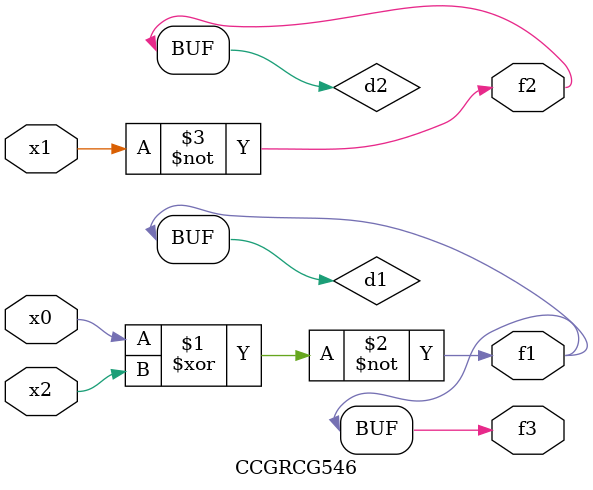
<source format=v>
module CCGRCG546(
	input x0, x1, x2,
	output f1, f2, f3
);

	wire d1, d2, d3;

	xnor (d1, x0, x2);
	nand (d2, x1);
	nor (d3, x1, x2);
	assign f1 = d1;
	assign f2 = d2;
	assign f3 = d1;
endmodule

</source>
